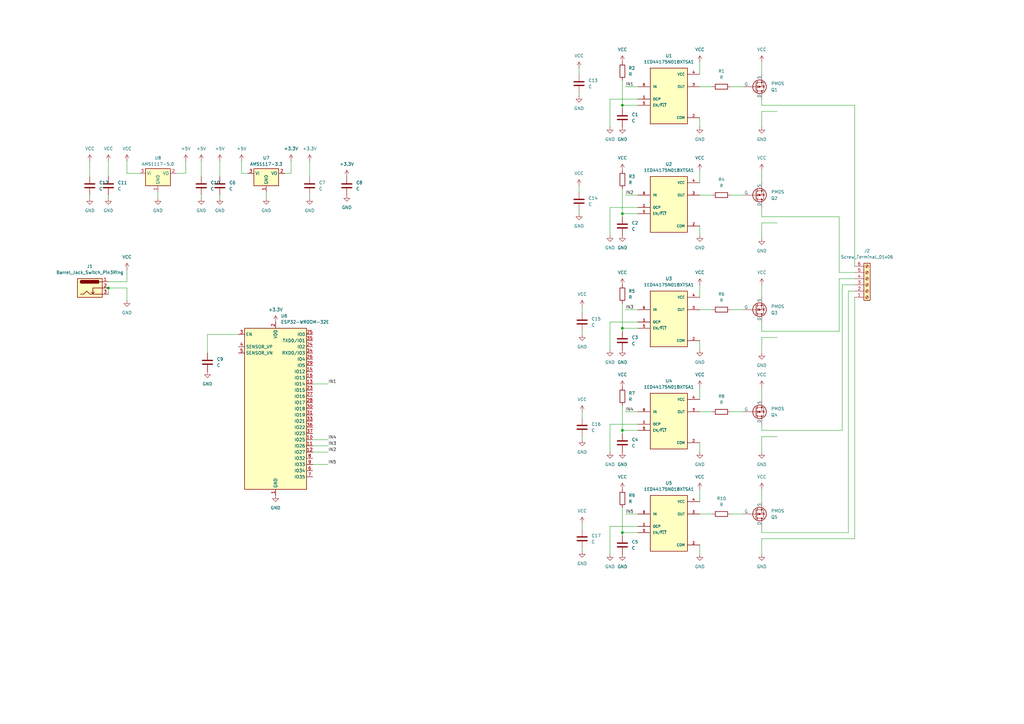
<source format=kicad_sch>
(kicad_sch (version 20231120) (generator "eeschema") (generator_version "8.0")
  (paper "A3")
  (lib_symbols
    (symbol "1ED44175N01BXTSA1:1ED44175N01BXTSA1" (pin_names (offset 1.016))
      (property "Reference" "U" (at -7.62 10.922 0))
      (property "Value" "1ED44175N01BXTSA1" (at -7.62 -15.24 0))
      (symbol "1ED44175N01BXTSA1_0_0"
        (pin input line (at -12.7 -2.54 0) (length 5.08) (name "OCP") (number "1"))
        (pin power_in line (at 12.7 -10.16 180) (length 5.08) (name "COM") (number "2"))
        (pin output line (at 12.7 2.54 180) (length 5.08) (name "OUT") (number "3"))
        (pin power_in line (at 12.7 7.62 180) (length 5.08) (name "VCC") (number "4"))
        (pin bidirectional line (at -12.7 -5.08 0) (length 5.08) (name "EN/~{FLT}") (number "5"))
        (pin input line (at -12.7 2.54 0) (length 5.08) (name "IN") (number "6"))
      )
    )
    (symbol "Connector:Barrel_Jack_Switch_Pin3Ring" (pin_names hide)
      (property "Reference" "J" (at 0 5.334 0))
      (property "Value" "Barrel_Jack_Switch_Pin3Ring" (at 0 -5.08 0))
      (symbol "Barrel_Jack_Switch_Pin3Ring_1_1"
        (pin passive line (at 7.62 2.54 180) (length 2.54) (name "~") (number "1"))
        (pin passive line (at 7.62 0 180) (length 2.54) (name "~") (number "2"))
        (pin passive line (at 7.62 -2.54 180) (length 2.54) (name "~") (number "3"))
      )
    )
    (symbol "Connector:Screw_Terminal_01x06" (pin_names (offset 1.016) hide)
      (property "Reference" "J" (at 0 7.62 0))
      (property "Value" "Screw_Terminal_01x06" (at 0 -10.16 0))
      (symbol "Screw_Terminal_01x06_1_1"
        (pin passive line (at -5.08 5.08 0) (length 3.81) (name "Pin_1") (number "1"))
        (pin passive line (at -5.08 2.54 0) (length 3.81) (name "Pin_2") (number "2"))
        (pin passive line (at -5.08 0 0) (length 3.81) (name "Pin_3") (number "3"))
        (pin passive line (at -5.08 -2.54 0) (length 3.81) (name "Pin_4") (number "4"))
        (pin passive line (at -5.08 -5.08 0) (length 3.81) (name "Pin_5") (number "5"))
        (pin passive line (at -5.08 -7.62 0) (length 3.81) (name "Pin_6") (number "6"))
      )
    )
    (symbol "Device:C" (pin_numbers hide) (pin_names (offset 0.254))
      (property "Reference" "C" (at 0.635 2.54 0))
      (property "Value" "C" (at 0.635 -2.54 0))
      (symbol "C_1_1"
        (pin passive line (at 0 3.81 270) (length 2.794) (name "~") (number "1"))
        (pin passive line (at 0 -3.81 90) (length 2.794) (name "~") (number "2"))
      )
    )
    (symbol "Device:R" (pin_numbers hide) (pin_names (offset 0))
      (property "Reference" "R" (at 2.032 0 90))
      (property "Value" "R" (at 0 0 90))
      (symbol "R_1_1"
        (pin passive line (at 0 3.81 270) (length 1.27) (name "~") (number "1"))
        (pin passive line (at 0 -3.81 90) (length 1.27) (name "~") (number "2"))
      )
    )
    (symbol "RF_Module:ESP32-WROOM-32E"
      (property "Reference" "U" (at -12.7 34.29 0))
      (property "Value" "ESP32-WROOM-32E" (at 1.27 34.29 0))
      (symbol "ESP32-WROOM-32E_1_1"
        (pin power_in line (at 0 -35.56 90) (length 2.54) (name "GND") (number "1"))
        (pin bidirectional line (at 15.24 -12.7 180) (length 2.54) (name "IO25") (number "10"))
        (pin bidirectional line (at 15.24 -15.24 180) (length 2.54) (name "IO26") (number "11"))
        (pin bidirectional line (at 15.24 -17.78 180) (length 2.54) (name "IO27") (number "12"))
        (pin bidirectional line (at 15.24 10.16 180) (length 2.54) (name "IO14") (number "13"))
        (pin bidirectional line (at 15.24 15.24 180) (length 2.54) (name "IO12") (number "14"))
        (pin passive line (at 0 -35.56 90) (length 2.54) hide (name "GND") (number "15"))
        (pin bidirectional line (at 15.24 12.7 180) (length 2.54) (name "IO13") (number "16"))
        (pin no_connect line (at -12.7 -5.08 0) (length 2.54) hide (name "NC") (number "17"))
        (pin no_connect line (at -12.7 -7.62 0) (length 2.54) hide (name "NC") (number "18"))
        (pin no_connect line (at -12.7 -12.7 0) (length 2.54) hide (name "NC") (number "19"))
        (pin power_in line (at 0 35.56 270) (length 2.54) (name "VDD") (number "2"))
        (pin no_connect line (at -12.7 -10.16 0) (length 2.54) hide (name "NC") (number "20"))
        (pin no_connect line (at -12.7 0 0) (length 2.54) hide (name "NC") (number "21"))
        (pin no_connect line (at -12.7 -2.54 0) (length 2.54) hide (name "NC") (number "22"))
        (pin bidirectional line (at 15.24 7.62 180) (length 2.54) (name "IO15") (number "23"))
        (pin bidirectional line (at 15.24 25.4 180) (length 2.54) (name "IO2") (number "24"))
        (pin bidirectional line (at 15.24 30.48 180) (length 2.54) (name "IO0") (number "25"))
        (pin bidirectional line (at 15.24 20.32 180) (length 2.54) (name "IO4") (number "26"))
        (pin bidirectional line (at 15.24 5.08 180) (length 2.54) (name "IO16") (number "27"))
        (pin bidirectional line (at 15.24 2.54 180) (length 2.54) (name "IO17") (number "28"))
        (pin bidirectional line (at 15.24 17.78 180) (length 2.54) (name "IO5") (number "29"))
        (pin input line (at -15.24 30.48 0) (length 2.54) (name "EN") (number "3"))
        (pin bidirectional line (at 15.24 0 180) (length 2.54) (name "IO18") (number "30"))
        (pin bidirectional line (at 15.24 -2.54 180) (length 2.54) (name "IO19") (number "31"))
        (pin no_connect line (at -12.7 -27.94 0) (length 2.54) hide (name "NC") (number "32"))
        (pin bidirectional line (at 15.24 -5.08 180) (length 2.54) (name "IO21") (number "33"))
        (pin bidirectional line (at 15.24 22.86 180) (length 2.54) (name "RXD0/IO3") (number "34"))
        (pin bidirectional line (at 15.24 27.94 180) (length 2.54) (name "TXD0/IO1") (number "35"))
        (pin bidirectional line (at 15.24 -7.62 180) (length 2.54) (name "IO22") (number "36"))
        (pin bidirectional line (at 15.24 -10.16 180) (length 2.54) (name "IO23") (number "37"))
        (pin passive line (at 0 -35.56 90) (length 2.54) hide (name "GND") (number "38"))
        (pin passive line (at 0 -35.56 90) (length 2.54) hide (name "GND") (number "39"))
        (pin input line (at -15.24 25.4 0) (length 2.54) (name "SENSOR_VP") (number "4"))
        (pin input line (at -15.24 22.86 0) (length 2.54) (name "SENSOR_VN") (number "5"))
        (pin input line (at 15.24 -25.4 180) (length 2.54) (name "IO34") (number "6"))
        (pin input line (at 15.24 -27.94 180) (length 2.54) (name "IO35") (number "7"))
        (pin bidirectional line (at 15.24 -20.32 180) (length 2.54) (name "IO32") (number "8"))
        (pin bidirectional line (at 15.24 -22.86 180) (length 2.54) (name "IO33") (number "9"))
      )
    )
    (symbol "Regulator_Linear:AMS1117-5.0"
      (property "Reference" "U" (at -3.81 3.175 0))
      (property "Value" "AMS1117-5.0" (at 0 3.175 0))
      (symbol "AMS1117-5.0_1_1"
        (pin power_in line (at 0 -7.62 90) (length 2.54) (name "GND") (number "1"))
        (pin power_out line (at 7.62 0 180) (length 2.54) (name "VO") (number "2"))
        (pin power_in line (at -7.62 0 0) (length 2.54) (name "VI") (number "3"))
      )
    )
    (symbol "Simulation_SPICE:PMOS" (pin_numbers hide) (pin_names (offset 0))
      (property "Reference" "Q" (at 5.08 1.27 0))
      (property "Value" "PMOS" (at 5.08 -1.27 0))
      (symbol "PMOS_1_1"
        (pin passive line (at 2.54 5.08 270) (length 2.54) (name "D") (number "1"))
        (pin input line (at -5.08 0 0) (length 2.54) (name "G") (number "2"))
        (pin passive line (at 2.54 -5.08 90) (length 2.54) (name "S") (number "3"))
      )
    )
    (symbol "power:+3.3V" (power) (pin_numbers hide) (pin_names (offset 0) hide)
      (property "Value" "+3.3V" (at 0 3.556 0))
      (symbol "+3.3V_1_1"
        (pin power_in line (at 0 0 90) (length 0) (name "~") (number "1"))
      )
    )
    (symbol "power:+5V" (power) (pin_numbers hide) (pin_names (offset 0) hide)
      (property "Value" "+5V" (at 0 3.556 0))
      (symbol "+5V_1_1"
        (pin power_in line (at 0 0 90) (length 0) (name "~") (number "1"))
      )
    )
    (symbol "power:GND" (power) (pin_numbers hide) (pin_names (offset 0) hide)
      (property "Value" "GND" (at 0 -3.81 0))
      (symbol "GND_1_1"
        (pin power_in line (at 0 0 270) (length 0) (name "~") (number "1"))
      )
    )
    (symbol "power:VCC" (power) (pin_numbers hide) (pin_names (offset 0) hide)
      (property "Value" "VCC" (at 0 3.556 0))
      (symbol "VCC_1_1"
        (pin power_in line (at 0 0 90) (length 0) (name "~") (number "1"))
      )
    )
  )
  (junction (at 255.27 87.63))
  (junction (at 44.45 118.11))
  (junction (at 255.27 134.62))
  (junction (at 255.27 218.44))
  (junction (at 255.27 176.53))
  (junction (at 255.27 43.18))
  (wire (pts (xy 128.27 190.5) (xy 134.62 190.5)))
  (wire (pts (xy 261.62 43.18) (xy 255.27 43.18)))
  (wire (pts (xy 101.6 71.12) (xy 99.06 71.12)))
  (wire (pts (xy 287.02 181.61) (xy 287.02 185.42)))
  (wire (pts (xy 255.27 134.62) (xy 255.27 135.89)))
  (wire (pts (xy 128.27 157.48) (xy 134.62 157.48)))
  (wire (pts (xy 52.07 71.12) (xy 52.07 66.04)))
  (wire (pts (xy 261.62 176.53) (xy 255.27 176.53)))
  (wire (pts (xy 237.49 38.1) (xy 237.49 39.37)))
  (wire (pts (xy 44.45 115.57) (xy 52.07 115.57)))
  (wire (pts (xy 36.83 80.01) (xy 36.83 81.28)))
  (wire (pts (xy 312.42 45.72) (xy 318.77 45.72)))
  (wire (pts (xy 312.42 43.18) (xy 350.52 43.18)))
  (wire (pts (xy 82.55 66.04) (xy 82.55 72.39)))
  (wire (pts (xy 287.02 69.85) (xy 287.02 74.93)))
  (wire (pts (xy 44.45 80.01) (xy 44.45 81.28)))
  (wire (pts (xy 256.54 35.56) (xy 261.62 35.56)))
  (wire (pts (xy 255.27 43.18) (xy 255.27 33.02)))
  (wire (pts (xy 116.84 71.12) (xy 119.38 71.12)))
  (wire (pts (xy 261.62 85.09) (xy 250.19 85.09)))
  (wire (pts (xy 256.54 210.82) (xy 261.62 210.82)))
  (wire (pts (xy 312.42 97.79) (xy 312.42 91.44)))
  (wire (pts (xy 238.76 125.73) (xy 238.76 128.27)))
  (wire (pts (xy 238.76 135.89) (xy 238.76 137.16)))
  (wire (pts (xy 237.49 76.2) (xy 237.49 78.74)))
  (wire (pts (xy 255.27 43.18) (xy 255.27 44.45)))
  (wire (pts (xy 312.42 176.53) (xy 345.44 176.53)))
  (wire (pts (xy 36.83 66.04) (xy 36.83 72.39)))
  (wire (pts (xy 127 66.04) (xy 127 72.39)))
  (wire (pts (xy 312.42 69.85) (xy 312.42 74.93)))
  (wire (pts (xy 312.42 227.33) (xy 312.42 220.98)))
  (wire (pts (xy 44.45 66.04) (xy 44.45 72.39)))
  (wire (pts (xy 299.72 35.56) (xy 304.8 35.56)))
  (wire (pts (xy 57.15 71.12) (xy 52.07 71.12)))
  (wire (pts (xy 64.77 78.74) (xy 64.77 81.28)))
  (wire (pts (xy 82.55 80.01) (xy 82.55 81.28)))
  (wire (pts (xy 250.19 215.9) (xy 250.19 227.33)))
  (wire (pts (xy 261.62 218.44) (xy 255.27 218.44)))
  (wire (pts (xy 287.02 48.26) (xy 287.02 52.07)))
  (wire (pts (xy 250.19 85.09) (xy 250.19 96.52)))
  (wire (pts (xy 312.42 179.07) (xy 318.77 179.07)))
  (wire (pts (xy 256.54 168.91) (xy 261.62 168.91)))
  (wire (pts (xy 350.52 111.76) (xy 344.17 111.76)))
  (wire (pts (xy 347.98 119.38) (xy 347.98 218.44)))
  (wire (pts (xy 261.62 40.64) (xy 250.19 40.64)))
  (wire (pts (xy 344.17 111.76) (xy 344.17 88.9)))
  (wire (pts (xy 261.62 173.99) (xy 250.19 173.99)))
  (wire (pts (xy 255.27 87.63) (xy 255.27 77.47)))
  (wire (pts (xy 128.27 182.88) (xy 134.62 182.88)))
  (wire (pts (xy 312.42 88.9) (xy 344.17 88.9)))
  (wire (pts (xy 256.54 80.01) (xy 261.62 80.01)))
  (wire (pts (xy 287.02 35.56) (xy 292.1 35.56)))
  (wire (pts (xy 250.19 173.99) (xy 250.19 185.42)))
  (wire (pts (xy 345.44 116.84) (xy 345.44 176.53)))
  (wire (pts (xy 312.42 132.08) (xy 312.42 135.89)))
  (wire (pts (xy 255.27 218.44) (xy 255.27 208.28)))
  (wire (pts (xy 287.02 25.4) (xy 287.02 30.48)))
  (wire (pts (xy 255.27 218.44) (xy 255.27 219.71)))
  (wire (pts (xy 299.72 80.01) (xy 304.8 80.01)))
  (wire (pts (xy 261.62 87.63) (xy 255.27 87.63)))
  (wire (pts (xy 299.72 210.82) (xy 304.8 210.82)))
  (wire (pts (xy 237.49 27.94) (xy 237.49 30.48)))
  (wire (pts (xy 255.27 176.53) (xy 255.27 166.37)))
  (wire (pts (xy 350.52 114.3) (xy 344.17 114.3)))
  (wire (pts (xy 250.19 132.08) (xy 250.19 143.51)))
  (wire (pts (xy 250.19 40.64) (xy 250.19 52.07)))
  (wire (pts (xy 238.76 224.79) (xy 238.76 226.06)))
  (wire (pts (xy 312.42 215.9) (xy 312.42 218.44)))
  (wire (pts (xy 312.42 144.78) (xy 312.42 138.43)))
  (wire (pts (xy 287.02 116.84) (xy 287.02 121.92)))
  (wire (pts (xy 256.54 127) (xy 261.62 127)))
  (wire (pts (xy 255.27 134.62) (xy 255.27 124.46)))
  (wire (pts (xy 312.42 138.43) (xy 318.77 138.43)))
  (wire (pts (xy 287.02 139.7) (xy 287.02 143.51)))
  (wire (pts (xy 312.42 220.98) (xy 350.52 220.98)))
  (wire (pts (xy 127 80.01) (xy 127 81.28)))
  (wire (pts (xy 312.42 135.89) (xy 344.17 135.89)))
  (wire (pts (xy 312.42 173.99) (xy 312.42 176.53)))
  (wire (pts (xy 52.07 115.57) (xy 52.07 110.49)))
  (wire (pts (xy 312.42 218.44) (xy 347.98 218.44)))
  (wire (pts (xy 128.27 185.42) (xy 134.62 185.42)))
  (wire (pts (xy 350.52 116.84) (xy 345.44 116.84)))
  (wire (pts (xy 287.02 158.75) (xy 287.02 163.83)))
  (wire (pts (xy 261.62 134.62) (xy 255.27 134.62)))
  (wire (pts (xy 287.02 92.71) (xy 287.02 96.52)))
  (wire (pts (xy 76.2 71.12) (xy 76.2 66.04)))
  (wire (pts (xy 237.49 86.36) (xy 237.49 87.63)))
  (wire (pts (xy 90.17 66.04) (xy 90.17 72.39)))
  (wire (pts (xy 299.72 168.91) (xy 304.8 168.91)))
  (wire (pts (xy 287.02 210.82) (xy 292.1 210.82)))
  (wire (pts (xy 312.42 116.84) (xy 312.42 121.92)))
  (wire (pts (xy 85.09 144.78) (xy 85.09 137.16)))
  (wire (pts (xy 287.02 80.01) (xy 292.1 80.01)))
  (wire (pts (xy 312.42 52.07) (xy 312.42 45.72)))
  (wire (pts (xy 255.27 87.63) (xy 255.27 88.9)))
  (wire (pts (xy 350.52 109.22) (xy 350.52 43.18)))
  (wire (pts (xy 350.52 121.92) (xy 350.52 220.98)))
  (wire (pts (xy 287.02 223.52) (xy 287.02 227.33)))
  (wire (pts (xy 52.07 118.11) (xy 52.07 123.19)))
  (wire (pts (xy 312.42 25.4) (xy 312.42 30.48)))
  (wire (pts (xy 238.76 168.91) (xy 238.76 171.45)))
  (wire (pts (xy 261.62 215.9) (xy 250.19 215.9)))
  (wire (pts (xy 238.76 179.07) (xy 238.76 180.34)))
  (wire (pts (xy 109.22 78.74) (xy 109.22 81.28)))
  (wire (pts (xy 119.38 71.12) (xy 119.38 66.04)))
  (wire (pts (xy 312.42 40.64) (xy 312.42 43.18)))
  (wire (pts (xy 90.17 80.01) (xy 90.17 81.28)))
  (wire (pts (xy 255.27 176.53) (xy 255.27 177.8)))
  (wire (pts (xy 99.06 71.12) (xy 99.06 66.04)))
  (wire (pts (xy 44.45 118.11) (xy 44.45 120.65)))
  (wire (pts (xy 261.62 132.08) (xy 250.19 132.08)))
  (wire (pts (xy 312.42 185.42) (xy 312.42 179.07)))
  (wire (pts (xy 344.17 114.3) (xy 344.17 135.89)))
  (wire (pts (xy 287.02 168.91) (xy 292.1 168.91)))
  (wire (pts (xy 238.76 214.63) (xy 238.76 217.17)))
  (wire (pts (xy 72.39 71.12) (xy 76.2 71.12)))
  (wire (pts (xy 287.02 127) (xy 292.1 127)))
  (wire (pts (xy 85.09 137.16) (xy 97.79 137.16)))
  (wire (pts (xy 312.42 200.66) (xy 312.42 205.74)))
  (wire (pts (xy 350.52 119.38) (xy 347.98 119.38)))
  (wire (pts (xy 312.42 91.44) (xy 318.77 91.44)))
  (wire (pts (xy 128.27 180.34) (xy 134.62 180.34)))
  (wire (pts (xy 287.02 200.66) (xy 287.02 205.74)))
  (wire (pts (xy 44.45 118.11) (xy 52.07 118.11)))
  (wire (pts (xy 312.42 158.75) (xy 312.42 163.83)))
  (wire (pts (xy 299.72 127) (xy 304.8 127)))
  (wire (pts (xy 312.42 85.09) (xy 312.42 88.9)))
  (label "IN1" (at 256.54 35.56 0))
  (label "IN5" (at 256.54 210.82 0))
  (label "IN4" (at 134.62 180.34 0))
  (label "IN1" (at 134.62 157.48 0))
  (label "IN2" (at 256.54 80.01 0))
  (label "IN5" (at 134.62 190.5 0))
  (label "IN3" (at 256.54 127 0))
  (label "IN4" (at 256.54 168.91 0))
  (label "IN2" (at 134.62 185.42 0))
  (label "IN3" (at 134.62 182.88 0))
  (symbol (lib_id "1ED44175N01BXTSA1:1ED44175N01BXTSA1") (at 274.32 129.54 0) (unit 1)
    (property "Reference" "U3" (at 274.32 114.3 0))
    (property "Value" "1ED44175N01BXTSA1" (at 274.32 116.84 0))
    (property "Footprint" "1ED44175N01BXTSA1:1ED44175N01BXTSA1" (effects (hide yes)))
    (property "Datasheet" "https://www.infineon.com/dgdl/Infineon-1ED44173N01B-DataSheet-v01_01-EN.pdf?fileId=5546d46272aa54c00172bc99c2d45678" (effects (hide yes)))
    (property "MF" "Infineon Technologies" (effects (hide yes)))
    (property "MAXIMUM_PACKAGE_HEIGHT" "1.45mm" (effects (hide yes)))
    (property "Package" "SOT-23-6 Infineon Technologies" (effects (hide yes)))
    (property "Price" "None" (effects (hide yes)))
    (property "Check_prices" "https://www.snapeda.com/parts/1ED44175N01BXTSA1/Infineon+Technologies/view-part/?ref=eda" (effects (hide yes)))
    (property "STANDARD" "IPC-7351B" (effects (hide yes)))
    (property "PARTREV" "1.0" (effects (hide yes)))
    (property "SnapEDA_Link" "https://www.snapeda.com/parts/1ED44175N01BXTSA1/Infineon+Technologies/view-part/?ref=snap" (effects (hide yes)))
    (property "MP" "1ED44175N01BXTSA1" (effects (hide yes)))
    (property "Purchase-URL" "https://www.snapeda.com/api/url_track_click_mouser/?unipart_id=4572068&manufacturer=Infineon Technologies&part_name=1ED44175N01BXTSA1&search_term=None" (effects (hide yes)))
    (property "Description_1" "\nLow-Side Gate Driver IC Non-Inverting PG-SOT23-6-3\n" (effects (hide yes)))
    (property "Availability" "In Stock" (effects (hide yes)))
    (property "MANUFACTURER" "Infineon" (effects (hide yes)))
  )
  (symbol (lib_id "1ED44175N01BXTSA1:1ED44175N01BXTSA1") (at 274.32 82.55 0) (unit 1)
    (property "Reference" "U2" (at 274.32 67.31 0))
    (property "Value" "1ED44175N01BXTSA1" (at 274.32 69.85 0))
    (property "Footprint" "1ED44175N01BXTSA1:1ED44175N01BXTSA1" (effects (hide yes)))
    (property "Datasheet" "https://www.infineon.com/dgdl/Infineon-1ED44173N01B-DataSheet-v01_01-EN.pdf?fileId=5546d46272aa54c00172bc99c2d45678" (effects (hide yes)))
    (property "MF" "Infineon Technologies" (effects (hide yes)))
    (property "MAXIMUM_PACKAGE_HEIGHT" "1.45mm" (effects (hide yes)))
    (property "Package" "SOT-23-6 Infineon Technologies" (effects (hide yes)))
    (property "Price" "None" (effects (hide yes)))
    (property "Check_prices" "https://www.snapeda.com/parts/1ED44175N01BXTSA1/Infineon+Technologies/view-part/?ref=eda" (effects (hide yes)))
    (property "STANDARD" "IPC-7351B" (effects (hide yes)))
    (property "PARTREV" "1.0" (effects (hide yes)))
    (property "SnapEDA_Link" "https://www.snapeda.com/parts/1ED44175N01BXTSA1/Infineon+Technologies/view-part/?ref=snap" (effects (hide yes)))
    (property "MP" "1ED44175N01BXTSA1" (effects (hide yes)))
    (property "Purchase-URL" "https://www.snapeda.com/api/url_track_click_mouser/?unipart_id=4572068&manufacturer=Infineon Technologies&part_name=1ED44175N01BXTSA1&search_term=None" (effects (hide yes)))
    (property "Description_1" "\nLow-Side Gate Driver IC Non-Inverting PG-SOT23-6-3\n" (effects (hide yes)))
    (property "Availability" "In Stock" (effects (hide yes)))
    (property "MANUFACTURER" "Infineon" (effects (hide yes)))
  )
  (symbol (lib_id "1ED44175N01BXTSA1:1ED44175N01BXTSA1") (at 274.32 38.1 0) (unit 1)
    (property "Reference" "U1" (at 274.32 22.86 0))
    (property "Value" "1ED44175N01BXTSA1" (at 274.32 25.4 0))
    (property "Footprint" "1ED44175N01BXTSA1:1ED44175N01BXTSA1" (effects (hide yes)))
    (property "Datasheet" "https://www.infineon.com/dgdl/Infineon-1ED44173N01B-DataSheet-v01_01-EN.pdf?fileId=5546d46272aa54c00172bc99c2d45678" (effects (hide yes)))
    (property "MF" "Infineon Technologies" (effects (hide yes)))
    (property "MAXIMUM_PACKAGE_HEIGHT" "1.45mm" (effects (hide yes)))
    (property "Package" "SOT-23-6 Infineon Technologies" (effects (hide yes)))
    (property "Price" "None" (effects (hide yes)))
    (property "Check_prices" "https://www.snapeda.com/parts/1ED44175N01BXTSA1/Infineon+Technologies/view-part/?ref=eda" (effects (hide yes)))
    (property "STANDARD" "IPC-7351B" (effects (hide yes)))
    (property "PARTREV" "1.0" (effects (hide yes)))
    (property "SnapEDA_Link" "https://www.snapeda.com/parts/1ED44175N01BXTSA1/Infineon+Technologies/view-part/?ref=snap" (effects (hide yes)))
    (property "MP" "1ED44175N01BXTSA1" (effects (hide yes)))
    (property "Purchase-URL" "https://www.snapeda.com/api/url_track_click_mouser/?unipart_id=4572068&manufacturer=Infineon Technologies&part_name=1ED44175N01BXTSA1&search_term=None" (effects (hide yes)))
    (property "Description_1" "\nLow-Side Gate Driver IC Non-Inverting PG-SOT23-6-3\n" (effects (hide yes)))
    (property "Availability" "In Stock" (effects (hide yes)))
    (property "MANUFACTURER" "Infineon" (effects (hide yes)))
  )
  (symbol (lib_id "Device:C") (at 238.76 132.08 0) (unit 1)
    (property "Reference" "C15" (at 242.57 130.8099 0) (effects (justify left)))
    (property "Value" "C" (at 242.57 133.3499 0) (effects (justify left)))
    (property "Footprint" "Capacitor_SMD:C_0805_2012Metric_Pad1.18x1.45mm_HandSolder" (effects (hide yes)))
    (property "Description" "Unpolarized capacitor" (effects (hide yes)))
  )
  (symbol (lib_id "power:VCC") (at 287.02 200.66 0) (unit 1)
    (property "Reference" "#PWR028" (effects (hide yes)))
    (property "Value" "VCC" (at 287.02 195.58 0))
    (property "Description" "Power symbol creates a global label with name \"VCC\"" (effects (hide yes)))
  )
  (symbol (lib_id "power:GND") (at 127 81.28 0) (unit 1)
    (property "Reference" "#PWR044" (effects (hide yes)))
    (property "Value" "GND" (at 127 86.36 0))
    (property "Description" "Power symbol creates a global label with name \"GND\" , ground" (effects (hide yes)))
  )
  (symbol (lib_id "power:VCC") (at 255.27 158.75 0) (unit 1)
    (property "Reference" "#PWR020" (effects (hide yes)))
    (property "Value" "VCC" (at 255.27 153.67 0))
    (property "Description" "Power symbol creates a global label with name \"VCC\"" (effects (hide yes)))
  )
  (symbol (lib_id "power:GND") (at 237.49 39.37 0) (unit 1)
    (property "Reference" "#PWR058" (effects (hide yes)))
    (property "Value" "GND" (at 237.49 44.45 0))
    (property "Description" "Power symbol creates a global label with name \"GND\" , ground" (effects (hide yes)))
  )
  (symbol (lib_id "Simulation_SPICE:PMOS") (at 309.88 168.91 0) (mirror x) (unit 1)
    (property "Reference" "Q4" (at 316.23 170.1801 0) (effects (justify left)))
    (property "Value" "PMOS" (at 316.23 167.6401 0) (effects (justify left)))
    (property "Footprint" "BSZ180P03:BSZ180P03" (effects (hide yes)))
    (property "Datasheet" "https://ngspice.sourceforge.io/docs/ngspice-html-manual/manual.xhtml#cha_MOSFETs" (effects (hide yes)))
    (property "Description" "P-MOSFET transistor, drain/source/gate" (effects (hide yes)))
    (property "Sim.Device" "PMOS" (effects (hide yes)))
    (property "Sim.Type" "VDMOS" (effects (hide yes)))
    (property "Sim.Pins" "1=D 2=G 3=S" (effects (hide yes)))
  )
  (symbol (lib_id "power:VCC") (at 238.76 214.63 0) (unit 1)
    (property "Reference" "#PWR065" (effects (hide yes)))
    (property "Value" "VCC" (at 238.76 209.55 0))
    (property "Description" "Power symbol creates a global label with name \"VCC\"" (effects (hide yes)))
  )
  (symbol (lib_id "power:GND") (at 237.49 87.63 0) (unit 1)
    (property "Reference" "#PWR060" (effects (hide yes)))
    (property "Value" "GND" (at 237.49 92.71 0))
    (property "Description" "Power symbol creates a global label with name \"GND\" , ground" (effects (hide yes)))
  )
  (symbol (lib_id "power:VCC") (at 312.42 158.75 0) (unit 1)
    (property "Reference" "#PWR04" (effects (hide yes)))
    (property "Value" "VCC" (at 312.42 153.67 0))
    (property "Description" "Power symbol creates a global label with name \"VCC\"" (effects (hide yes)))
  )
  (symbol (lib_id "power:VCC") (at 255.27 69.85 0) (unit 1)
    (property "Reference" "#PWR08" (effects (hide yes)))
    (property "Value" "VCC" (at 255.27 64.77 0))
    (property "Description" "Power symbol creates a global label with name \"VCC\"" (effects (hide yes)))
  )
  (symbol (lib_id "power:+5V") (at 99.06 66.04 0) (unit 1)
    (property "Reference" "#PWR041" (effects (hide yes)))
    (property "Value" "+5V" (at 99.06 60.96 0))
    (property "Description" "Power symbol creates a global label with name \"+5V\"" (effects (hide yes)))
  )
  (symbol (lib_id "power:VCC") (at 312.42 25.4 0) (unit 1)
    (property "Reference" "#PWR024" (effects (hide yes)))
    (property "Value" "VCC" (at 312.42 20.32 0))
    (property "Description" "Power symbol creates a global label with name \"VCC\"" (effects (hide yes)))
  )
  (symbol (lib_id "Device:R") (at 255.27 204.47 180) (unit 1)
    (property "Reference" "R9" (at 257.81 203.1999 0) (effects (justify right)))
    (property "Value" "R" (at 257.81 205.7399 0) (effects (justify right)))
    (property "Footprint" "Resistor_SMD:R_0805_2012Metric_Pad1.20x1.40mm_HandSolder" (effects (hide yes)))
    (property "Description" "Resistor" (effects (hide yes)))
  )
  (symbol (lib_id "power:VCC") (at 312.42 200.66 0) (unit 1)
    (property "Reference" "#PWR030" (effects (hide yes)))
    (property "Value" "VCC" (at 312.42 195.58 0))
    (property "Description" "Power symbol creates a global label with name \"VCC\"" (effects (hide yes)))
  )
  (symbol (lib_id "power:GND") (at 255.27 96.52 0) (unit 1)
    (property "Reference" "#PWR09" (effects (hide yes)))
    (property "Value" "GND" (at 255.27 101.6 0))
    (property "Description" "Power symbol creates a global label with name \"GND\" , ground" (effects (hide yes)))
  )
  (symbol (lib_id "Device:C") (at 82.55 76.2 0) (unit 1)
    (property "Reference" "C10" (at 86.36 74.9299 0) (effects (justify left)))
    (property "Value" "C" (at 86.36 77.4699 0) (effects (justify left)))
    (property "Footprint" "Capacitor_SMD:C_0805_2012Metric_Pad1.18x1.45mm_HandSolder" (effects (hide yes)))
    (property "Description" "Unpolarized capacitor" (effects (hide yes)))
  )
  (symbol (lib_id "power:GND") (at 142.24 80.01 0) (unit 1)
    (property "Reference" "#PWR046" (effects (hide yes)))
    (property "Value" "GND" (at 142.24 85.09 0))
    (property "Description" "Power symbol creates a global label with name \"GND\" , ground" (effects (hide yes)))
  )
  (symbol (lib_id "power:GND") (at 250.19 52.07 0) (unit 1)
    (property "Reference" "#PWR01" (effects (hide yes)))
    (property "Value" "GND" (at 250.19 57.15 0))
    (property "Description" "Power symbol creates a global label with name \"GND\" , ground" (effects (hide yes)))
  )
  (symbol (lib_id "Connector:Barrel_Jack_Switch_Pin3Ring") (at 36.83 118.11 0) (unit 1)
    (property "Reference" "J1" (at 36.83 109.22 0))
    (property "Value" "Barrel_Jack_Switch_Pin3Ring" (at 36.83 111.76 0))
    (property "Footprint" "Connector_BarrelJack:BarrelJack_GCT_DCJ200-10-A_Horizontal" (effects (hide yes)))
    (property "Description" "DC Barrel Jack with an internal switch" (effects (hide yes)))
  )
  (symbol (lib_id "Device:C") (at 255.27 181.61 0) (unit 1)
    (property "Reference" "C4" (at 259.08 180.3399 0) (effects (justify left)))
    (property "Value" "C" (at 259.08 182.8799 0) (effects (justify left)))
    (property "Footprint" "Capacitor_SMD:C_0805_2012Metric_Pad1.18x1.45mm_HandSolder" (effects (hide yes)))
    (property "Description" "Unpolarized capacitor" (effects (hide yes)))
  )
  (symbol (lib_id "Device:C") (at 255.27 92.71 0) (unit 1)
    (property "Reference" "C2" (at 259.08 91.4399 0) (effects (justify left)))
    (property "Value" "C" (at 259.08 93.9799 0) (effects (justify left)))
    (property "Footprint" "Capacitor_SMD:C_0805_2012Metric_Pad1.18x1.45mm_HandSolder" (effects (hide yes)))
    (property "Description" "Unpolarized capacitor" (effects (hide yes)))
  )
  (symbol (lib_id "Device:R") (at 255.27 120.65 180) (unit 1)
    (property "Reference" "R5" (at 257.81 119.3799 0) (effects (justify right)))
    (property "Value" "R" (at 257.81 121.9199 0) (effects (justify right)))
    (property "Footprint" "Resistor_SMD:R_0805_2012Metric_Pad1.20x1.40mm_HandSolder" (effects (hide yes)))
    (property "Description" "Resistor" (effects (hide yes)))
  )
  (symbol (lib_id "Device:R") (at 295.91 80.01 90) (unit 1)
    (property "Reference" "R4" (at 295.91 73.66 90))
    (property "Value" "R" (at 295.91 76.2 90))
    (property "Footprint" "Resistor_SMD:R_0805_2012Metric_Pad1.20x1.40mm_HandSolder" (effects (hide yes)))
    (property "Description" "Resistor" (effects (hide yes)))
  )
  (symbol (lib_id "Connector:Screw_Terminal_01x06") (at 355.6 116.84 0) (mirror x) (unit 1)
    (property "Reference" "J2" (at 355.6 102.87 0))
    (property "Value" "Screw_Terminal_01x06" (at 355.6 105.41 0))
    (property "Footprint" "TerminalBlock:TerminalBlock_bornier-6_P5.08mm" (effects (hide yes)))
    (property "Description" "Generic screw terminal, single row, 01x06, script generated (kicad-library-utils/schlib/autogen/connector/)" (effects (hide yes)))
  )
  (symbol (lib_id "power:GND") (at 287.02 227.33 0) (unit 1)
    (property "Reference" "#PWR029" (effects (hide yes)))
    (property "Value" "GND" (at 287.02 232.41 0))
    (property "Description" "Power symbol creates a global label with name \"GND\" , ground" (effects (hide yes)))
  )
  (symbol (lib_id "power:+3.3V") (at 119.38 66.04 0) (unit 1)
    (property "Reference" "#PWR040" (effects (hide yes)))
    (property "Value" "+3.3V" (at 119.38 60.96 0))
    (property "Description" "Power symbol creates a global label with name \"+3.3V\"" (effects (hide yes)))
  )
  (symbol (lib_id "power:VCC") (at 52.07 66.04 0) (unit 1)
    (property "Reference" "#PWR047" (effects (hide yes)))
    (property "Value" "VCC" (at 52.07 60.96 0))
    (property "Description" "Power symbol creates a global label with name \"VCC\"" (effects (hide yes)))
  )
  (symbol (lib_id "power:GND") (at 312.42 185.42 0) (unit 1)
    (property "Reference" "#PWR034" (effects (hide yes)))
    (property "Value" "GND" (at 312.42 190.5 0))
    (property "Description" "Power symbol creates a global label with name \"GND\" , ground" (effects (hide yes)))
  )
  (symbol (lib_id "Device:C") (at 142.24 76.2 0) (unit 1)
    (property "Reference" "C8" (at 146.05 74.9299 0) (effects (justify left)))
    (property "Value" "C" (at 146.05 77.4699 0) (effects (justify left)))
    (property "Footprint" "Capacitor_SMD:C_0805_2012Metric_Pad1.18x1.45mm_HandSolder" (effects (hide yes)))
    (property "Description" "Unpolarized capacitor" (effects (hide yes)))
  )
  (symbol (lib_id "Device:R") (at 255.27 162.56 180) (unit 1)
    (property "Reference" "R7" (at 257.81 161.2899 0) (effects (justify right)))
    (property "Value" "R" (at 257.81 163.8299 0) (effects (justify right)))
    (property "Footprint" "Resistor_SMD:R_0805_2012Metric_Pad1.20x1.40mm_HandSolder" (effects (hide yes)))
    (property "Description" "Resistor" (effects (hide yes)))
  )
  (symbol (lib_id "Device:C") (at 85.09 148.59 0) (unit 1)
    (property "Reference" "C9" (at 88.9 147.3199 0) (effects (justify left)))
    (property "Value" "C" (at 88.9 149.8599 0) (effects (justify left)))
    (property "Footprint" "Capacitor_SMD:C_0805_2012Metric_Pad1.18x1.45mm_HandSolder" (effects (hide yes)))
    (property "Description" "Unpolarized capacitor" (effects (hide yes)))
  )
  (symbol (lib_id "power:VCC") (at 287.02 158.75 0) (unit 1)
    (property "Reference" "#PWR022" (effects (hide yes)))
    (property "Value" "VCC" (at 287.02 153.67 0))
    (property "Description" "Power symbol creates a global label with name \"VCC\"" (effects (hide yes)))
  )
  (symbol (lib_id "Device:C") (at 44.45 76.2 0) (unit 1)
    (property "Reference" "C11" (at 48.26 74.9299 0) (effects (justify left)))
    (property "Value" "C" (at 48.26 77.4699 0) (effects (justify left)))
    (property "Footprint" "Capacitor_SMD:C_0805_2012Metric_Pad1.18x1.45mm_HandSolder" (effects (hide yes)))
    (property "Description" "Unpolarized capacitor" (effects (hide yes)))
  )
  (symbol (lib_id "power:+3.3V") (at 142.24 72.39 0) (unit 1)
    (property "Reference" "#PWR045" (effects (hide yes)))
    (property "Value" "+3.3V" (at 142.24 67.31 0))
    (property "Description" "Power symbol creates a global label with name \"+3.3V\"" (effects (hide yes)))
  )
  (symbol (lib_id "power:GND") (at 113.03 203.2 0) (unit 1)
    (property "Reference" "#PWR036" (effects (hide yes)))
    (property "Value" "GND" (at 113.03 208.28 0))
    (property "Description" "Power symbol creates a global label with name \"GND\" , ground" (effects (hide yes)))
  )
  (symbol (lib_id "power:GND") (at 36.83 81.28 0) (unit 1)
    (property "Reference" "#PWR054" (effects (hide yes)))
    (property "Value" "GND" (at 36.83 86.36 0))
    (property "Description" "Power symbol creates a global label with name \"GND\" , ground" (effects (hide yes)))
  )
  (symbol (lib_id "Device:R") (at 295.91 127 90) (unit 1)
    (property "Reference" "R6" (at 295.91 120.65 90))
    (property "Value" "R" (at 295.91 123.19 90))
    (property "Footprint" "Resistor_SMD:R_0805_2012Metric_Pad1.20x1.40mm_HandSolder" (effects (hide yes)))
    (property "Description" "Resistor" (effects (hide yes)))
  )
  (symbol (lib_id "Device:C") (at 238.76 175.26 0) (unit 1)
    (property "Reference" "C16" (at 242.57 173.9899 0) (effects (justify left)))
    (property "Value" "C" (at 242.57 176.5299 0) (effects (justify left)))
    (property "Footprint" "Capacitor_SMD:C_0805_2012Metric_Pad1.18x1.45mm_HandSolder" (effects (hide yes)))
    (property "Description" "Unpolarized capacitor" (effects (hide yes)))
  )
  (symbol (lib_id "power:VCC") (at 44.45 66.04 0) (unit 1)
    (property "Reference" "#PWR055" (effects (hide yes)))
    (property "Value" "VCC" (at 44.45 60.96 0))
    (property "Description" "Power symbol creates a global label with name \"VCC\"" (effects (hide yes)))
  )
  (symbol (lib_id "power:VCC") (at 255.27 200.66 0) (unit 1)
    (property "Reference" "#PWR026" (effects (hide yes)))
    (property "Value" "VCC" (at 255.27 195.58 0))
    (property "Description" "Power symbol creates a global label with name \"VCC\"" (effects (hide yes)))
  )
  (symbol (lib_id "Device:R") (at 295.91 168.91 90) (unit 1)
    (property "Reference" "R8" (at 295.91 162.56 90))
    (property "Value" "R" (at 295.91 165.1 90))
    (property "Footprint" "Resistor_SMD:R_0805_2012Metric_Pad1.20x1.40mm_HandSolder" (effects (hide yes)))
    (property "Description" "Resistor" (effects (hide yes)))
  )
  (symbol (lib_id "power:GND") (at 250.19 143.51 0) (unit 1)
    (property "Reference" "#PWR013" (effects (hide yes)))
    (property "Value" "GND" (at 250.19 148.59 0))
    (property "Description" "Power symbol creates a global label with name \"GND\" , ground" (effects (hide yes)))
  )
  (symbol (lib_id "Device:C") (at 90.17 76.2 0) (unit 1)
    (property "Reference" "C6" (at 93.98 74.9299 0) (effects (justify left)))
    (property "Value" "C" (at 93.98 77.4699 0) (effects (justify left)))
    (property "Footprint" "Capacitor_SMD:C_0805_2012Metric_Pad1.18x1.45mm_HandSolder" (effects (hide yes)))
    (property "Description" "Unpolarized capacitor" (effects (hide yes)))
  )
  (symbol (lib_id "power:VCC") (at 238.76 125.73 0) (unit 1)
    (property "Reference" "#PWR061" (effects (hide yes)))
    (property "Value" "VCC" (at 238.76 120.65 0))
    (property "Description" "Power symbol creates a global label with name \"VCC\"" (effects (hide yes)))
  )
  (symbol (lib_id "power:GND") (at 255.27 143.51 0) (unit 1)
    (property "Reference" "#PWR015" (effects (hide yes)))
    (property "Value" "GND" (at 255.27 148.59 0))
    (property "Description" "Power symbol creates a global label with name \"GND\" , ground" (effects (hide yes)))
  )
  (symbol (lib_id "Regulator_Linear:AMS1117-5.0") (at 109.22 71.12 0) (unit 1)
    (property "Reference" "U7" (at 109.22 64.77 0))
    (property "Value" "AMS1117-3.3" (at 109.22 67.31 0))
    (property "Footprint" "Package_TO_SOT_SMD:SOT-223-3_TabPin2" (effects (hide yes)))
    (property "Datasheet" "http://www.advanced-monolithic.com/pdf/ds1117.pdf" (effects (hide yes)))
    (property "Description" "1A Low Dropout regulator, positive, 5.0V fixed output, SOT-223" (effects (hide yes)))
  )
  (symbol (lib_id "Device:C") (at 127 76.2 0) (unit 1)
    (property "Reference" "C7" (at 130.81 74.9299 0) (effects (justify left)))
    (property "Value" "C" (at 130.81 77.4699 0) (effects (justify left)))
    (property "Footprint" "Capacitor_SMD:C_0805_2012Metric_Pad1.18x1.45mm_HandSolder" (effects (hide yes)))
    (property "Description" "Unpolarized capacitor" (effects (hide yes)))
  )
  (symbol (lib_id "power:VCC") (at 255.27 25.4 0) (unit 1)
    (property "Reference" "#PWR06" (effects (hide yes)))
    (property "Value" "VCC" (at 255.27 20.32 0))
    (property "Description" "Power symbol creates a global label with name \"VCC\"" (effects (hide yes)))
  )
  (symbol (lib_id "power:GND") (at 312.42 144.78 0) (unit 1)
    (property "Reference" "#PWR033" (effects (hide yes)))
    (property "Value" "GND" (at 312.42 149.86 0))
    (property "Description" "Power symbol creates a global label with name \"GND\" , ground" (effects (hide yes)))
  )
  (symbol (lib_id "power:VCC") (at 238.76 168.91 0) (unit 1)
    (property "Reference" "#PWR063" (effects (hide yes)))
    (property "Value" "VCC" (at 238.76 163.83 0))
    (property "Description" "Power symbol creates a global label with name \"VCC\"" (effects (hide yes)))
  )
  (symbol (lib_id "power:GND") (at 312.42 97.79 0) (unit 1)
    (property "Reference" "#PWR032" (effects (hide yes)))
    (property "Value" "GND" (at 312.42 102.87 0))
    (property "Description" "Power symbol creates a global label with name \"GND\" , ground" (effects (hide yes)))
  )
  (symbol (lib_id "Simulation_SPICE:PMOS") (at 309.88 127 0) (mirror x) (unit 1)
    (property "Reference" "Q3" (at 316.23 128.2701 0) (effects (justify left)))
    (property "Value" "PMOS" (at 316.23 125.7301 0) (effects (justify left)))
    (property "Footprint" "BSZ180P03:BSZ180P03" (effects (hide yes)))
    (property "Datasheet" "https://ngspice.sourceforge.io/docs/ngspice-html-manual/manual.xhtml#cha_MOSFETs" (effects (hide yes)))
    (property "Description" "P-MOSFET transistor, drain/source/gate" (effects (hide yes)))
    (property "Sim.Device" "PMOS" (effects (hide yes)))
    (property "Sim.Type" "VDMOS" (effects (hide yes)))
    (property "Sim.Pins" "1=D 2=G 3=S" (effects (hide yes)))
  )
  (symbol (lib_id "power:VCC") (at 255.27 116.84 0) (unit 1)
    (property "Reference" "#PWR014" (effects (hide yes)))
    (property "Value" "VCC" (at 255.27 111.76 0))
    (property "Description" "Power symbol creates a global label with name \"VCC\"" (effects (hide yes)))
  )
  (symbol (lib_id "Device:C") (at 36.83 76.2 0) (unit 1)
    (property "Reference" "C12" (at 40.64 74.9299 0) (effects (justify left)))
    (property "Value" "C" (at 40.64 77.4699 0) (effects (justify left)))
    (property "Footprint" "Capacitor_SMD:C_0805_2012Metric_Pad1.18x1.45mm_HandSolder" (effects (hide yes)))
    (property "Description" "Unpolarized capacitor" (effects (hide yes)))
  )
  (symbol (lib_id "power:GND") (at 287.02 143.51 0) (unit 1)
    (property "Reference" "#PWR017" (effects (hide yes)))
    (property "Value" "GND" (at 287.02 148.59 0))
    (property "Description" "Power symbol creates a global label with name \"GND\" , ground" (effects (hide yes)))
  )
  (symbol (lib_id "power:GND") (at 52.07 123.19 0) (unit 1)
    (property "Reference" "#PWR068" (effects (hide yes)))
    (property "Value" "GND" (at 52.07 128.27 0))
    (property "Description" "Power symbol creates a global label with name \"GND\" , ground" (effects (hide yes)))
  )
  (symbol (lib_id "power:+5V") (at 82.55 66.04 0) (unit 1)
    (property "Reference" "#PWR050" (effects (hide yes)))
    (property "Value" "+5V" (at 82.55 60.96 0))
    (property "Description" "Power symbol creates a global label with name \"+5V\"" (effects (hide yes)))
  )
  (symbol (lib_id "power:GND") (at 287.02 96.52 0) (unit 1)
    (property "Reference" "#PWR011" (effects (hide yes)))
    (property "Value" "GND" (at 287.02 101.6 0))
    (property "Description" "Power symbol creates a global label with name \"GND\" , ground" (effects (hide yes)))
  )
  (symbol (lib_id "Device:C") (at 238.76 220.98 0) (unit 1)
    (property "Reference" "C17" (at 242.57 219.7099 0) (effects (justify left)))
    (property "Value" "C" (at 242.57 222.2499 0) (effects (justify left)))
    (property "Footprint" "Capacitor_SMD:C_0805_2012Metric_Pad1.18x1.45mm_HandSolder" (effects (hide yes)))
    (property "Description" "Unpolarized capacitor" (effects (hide yes)))
  )
  (symbol (lib_id "power:GND") (at 238.76 137.16 0) (unit 1)
    (property "Reference" "#PWR062" (effects (hide yes)))
    (property "Value" "GND" (at 238.76 142.24 0))
    (property "Description" "Power symbol creates a global label with name \"GND\" , ground" (effects (hide yes)))
  )
  (symbol (lib_id "power:VCC") (at 287.02 116.84 0) (unit 1)
    (property "Reference" "#PWR016" (effects (hide yes)))
    (property "Value" "VCC" (at 287.02 111.76 0))
    (property "Description" "Power symbol creates a global label with name \"VCC\"" (effects (hide yes)))
  )
  (symbol (lib_id "Device:R") (at 295.91 35.56 90) (unit 1)
    (property "Reference" "R1" (at 295.91 29.21 90))
    (property "Value" "R" (at 295.91 31.75 90))
    (property "Footprint" "Resistor_SMD:R_0805_2012Metric_Pad1.20x1.40mm_HandSolder" (effects (hide yes)))
    (property "Description" "Resistor" (effects (hide yes)))
  )
  (symbol (lib_id "Simulation_SPICE:PMOS") (at 309.88 210.82 0) (mirror x) (unit 1)
    (property "Reference" "Q5" (at 316.23 212.0901 0) (effects (justify left)))
    (property "Value" "PMOS" (at 316.23 209.5501 0) (effects (justify left)))
    (property "Footprint" "BSZ180P03:BSZ180P03" (effects (hide yes)))
    (property "Datasheet" "https://ngspice.sourceforge.io/docs/ngspice-html-manual/manual.xhtml#cha_MOSFETs" (effects (hide yes)))
    (property "Description" "P-MOSFET transistor, drain/source/gate" (effects (hide yes)))
    (property "Sim.Device" "PMOS" (effects (hide yes)))
    (property "Sim.Type" "VDMOS" (effects (hide yes)))
    (property "Sim.Pins" "1=D 2=G 3=S" (effects (hide yes)))
  )
  (symbol (lib_id "power:+5V") (at 90.17 66.04 0) (unit 1)
    (property "Reference" "#PWR049" (effects (hide yes)))
    (property "Value" "+5V" (at 90.17 60.96 0))
    (property "Description" "Power symbol creates a global label with name \"+5V\"" (effects (hide yes)))
  )
  (symbol (lib_id "power:GND") (at 90.17 81.28 0) (unit 1)
    (property "Reference" "#PWR043" (effects (hide yes)))
    (property "Value" "GND" (at 90.17 86.36 0))
    (property "Description" "Power symbol creates a global label with name \"GND\" , ground" (effects (hide yes)))
  )
  (symbol (lib_id "Device:C") (at 255.27 48.26 0) (unit 1)
    (property "Reference" "C1" (at 259.08 46.9899 0) (effects (justify left)))
    (property "Value" "C" (at 259.08 49.5299 0) (effects (justify left)))
    (property "Footprint" "Capacitor_SMD:C_0805_2012Metric_Pad1.18x1.45mm_HandSolder" (effects (hide yes)))
    (property "Description" "Unpolarized capacitor" (effects (hide yes)))
  )
  (symbol (lib_id "Device:C") (at 255.27 223.52 0) (unit 1)
    (property "Reference" "C5" (at 259.08 222.2499 0) (effects (justify left)))
    (property "Value" "C" (at 259.08 224.7899 0) (effects (justify left)))
    (property "Footprint" "Capacitor_SMD:C_0805_2012Metric_Pad1.18x1.45mm_HandSolder" (effects (hide yes)))
    (property "Description" "Unpolarized capacitor" (effects (hide yes)))
  )
  (symbol (lib_id "Device:R") (at 255.27 29.21 180) (unit 1)
    (property "Reference" "R2" (at 257.81 27.9399 0) (effects (justify right)))
    (property "Value" "R" (at 257.81 30.4799 0) (effects (justify right)))
    (property "Footprint" "Resistor_SMD:R_0805_2012Metric_Pad1.20x1.40mm_HandSolder" (effects (hide yes)))
    (property "Description" "Resistor" (effects (hide yes)))
  )
  (symbol (lib_id "Device:R") (at 295.91 210.82 90) (unit 1)
    (property "Reference" "R10" (at 295.91 204.47 90))
    (property "Value" "R" (at 295.91 207.01 90))
    (property "Footprint" "Resistor_SMD:R_0805_2012Metric_Pad1.20x1.40mm_HandSolder" (effects (hide yes)))
    (property "Description" "Resistor" (effects (hide yes)))
  )
  (symbol (lib_id "power:GND") (at 255.27 227.33 0) (unit 1)
    (property "Reference" "#PWR027" (effects (hide yes)))
    (property "Value" "GND" (at 255.27 232.41 0))
    (property "Description" "Power symbol creates a global label with name \"GND\" , ground" (effects (hide yes)))
  )
  (symbol (lib_id "power:GND") (at 255.27 185.42 0) (unit 1)
    (property "Reference" "#PWR021" (effects (hide yes)))
    (property "Value" "GND" (at 255.27 190.5 0))
    (property "Description" "Power symbol creates a global label with name \"GND\" , ground" (effects (hide yes)))
  )
  (symbol (lib_id "power:GND") (at 312.42 227.33 0) (unit 1)
    (property "Reference" "#PWR035" (effects (hide yes)))
    (property "Value" "GND" (at 312.42 232.41 0))
    (property "Description" "Power symbol creates a global label with name \"GND\" , ground" (effects (hide yes)))
  )
  (symbol (lib_id "power:GND") (at 238.76 180.34 0) (unit 1)
    (property "Reference" "#PWR064" (effects (hide yes)))
    (property "Value" "GND" (at 238.76 185.42 0))
    (property "Description" "Power symbol creates a global label with name \"GND\" , ground" (effects (hide yes)))
  )
  (symbol (lib_id "power:GND") (at 255.27 52.07 0) (unit 1)
    (property "Reference" "#PWR05" (effects (hide yes)))
    (property "Value" "GND" (at 255.27 57.15 0))
    (property "Description" "Power symbol creates a global label with name \"GND\" , ground" (effects (hide yes)))
  )
  (symbol (lib_id "Simulation_SPICE:PMOS") (at 309.88 35.56 0) (mirror x) (unit 1)
    (property "Reference" "Q1" (at 316.23 36.8301 0) (effects (justify left)))
    (property "Value" "PMOS" (at 316.23 34.2901 0) (effects (justify left)))
    (property "Footprint" "BSZ180P03:BSZ180P03" (effects (hide yes)))
    (property "Datasheet" "https://ngspice.sourceforge.io/docs/ngspice-html-manual/manual.xhtml#cha_MOSFETs" (effects (hide yes)))
    (property "Description" "P-MOSFET transistor, drain/source/gate" (effects (hide yes)))
    (property "Sim.Device" "PMOS" (effects (hide yes)))
    (property "Sim.Type" "VDMOS" (effects (hide yes)))
    (property "Sim.Pins" "1=D 2=G 3=S" (effects (hide yes)))
  )
  (symbol (lib_id "power:VCC") (at 237.49 76.2 0) (unit 1)
    (property "Reference" "#PWR059" (effects (hide yes)))
    (property "Value" "VCC" (at 237.49 71.12 0))
    (property "Description" "Power symbol creates a global label with name \"VCC\"" (effects (hide yes)))
  )
  (symbol (lib_id "power:GND") (at 64.77 81.28 0) (unit 1)
    (property "Reference" "#PWR052" (effects (hide yes)))
    (property "Value" "GND" (at 64.77 86.36 0))
    (property "Description" "Power symbol creates a global label with name \"GND\" , ground" (effects (hide yes)))
  )
  (symbol (lib_id "Device:C") (at 255.27 139.7 0) (unit 1)
    (property "Reference" "C3" (at 259.08 138.4299 0) (effects (justify left)))
    (property "Value" "C" (at 259.08 140.9699 0) (effects (justify left)))
    (property "Footprint" "Capacitor_SMD:C_0805_2012Metric_Pad1.18x1.45mm_HandSolder" (effects (hide yes)))
    (property "Description" "Unpolarized capacitor" (effects (hide yes)))
  )
  (symbol (lib_id "power:VCC") (at 287.02 69.85 0) (unit 1)
    (property "Reference" "#PWR010" (effects (hide yes)))
    (property "Value" "VCC" (at 287.02 64.77 0))
    (property "Description" "Power symbol creates a global label with name \"VCC\"" (effects (hide yes)))
  )
  (symbol (lib_id "power:GND") (at 250.19 227.33 0) (unit 1)
    (property "Reference" "#PWR025" (effects (hide yes)))
    (property "Value" "GND" (at 250.19 232.41 0))
    (property "Description" "Power symbol creates a global label with name \"GND\" , ground" (effects (hide yes)))
  )
  (symbol (lib_id "power:VCC") (at 312.42 116.84 0) (unit 1)
    (property "Reference" "#PWR012" (effects (hide yes)))
    (property "Value" "VCC" (at 312.42 111.76 0))
    (property "Description" "Power symbol creates a global label with name \"VCC\"" (effects (hide yes)))
  )
  (symbol (lib_id "power:VCC") (at 287.02 25.4 0) (unit 1)
    (property "Reference" "#PWR03" (effects (hide yes)))
    (property "Value" "VCC" (at 287.02 20.32 0))
    (property "Description" "Power symbol creates a global label with name \"VCC\"" (effects (hide yes)))
  )
  (symbol (lib_id "power:GND") (at 44.45 81.28 0) (unit 1)
    (property "Reference" "#PWR056" (effects (hide yes)))
    (property "Value" "GND" (at 44.45 86.36 0))
    (property "Description" "Power symbol creates a global label with name \"GND\" , ground" (effects (hide yes)))
  )
  (symbol (lib_id "Device:C") (at 237.49 34.29 0) (unit 1)
    (property "Reference" "C13" (at 241.3 33.0199 0) (effects (justify left)))
    (property "Value" "C" (at 241.3 35.5599 0) (effects (justify left)))
    (property "Footprint" "Capacitor_SMD:C_0805_2012Metric_Pad1.18x1.45mm_HandSolder" (effects (hide yes)))
    (property "Description" "Unpolarized capacitor" (effects (hide yes)))
  )
  (symbol (lib_id "power:GND") (at 109.22 81.28 0) (unit 1)
    (property "Reference" "#PWR038" (effects (hide yes)))
    (property "Value" "GND" (at 109.22 86.36 0))
    (property "Description" "Power symbol creates a global label with name \"GND\" , ground" (effects (hide yes)))
  )
  (symbol (lib_id "RF_Module:ESP32-WROOM-32E") (at 113.03 167.64 0) (unit 1)
    (property "Reference" "U6" (at 115.2241 129.54 0) (effects (justify left)))
    (property "Value" "ESP32-WROOM-32E" (at 115.2241 132.08 0) (effects (justify left)))
    (property "Footprint" "RF_Module:ESP32-WROOM-32D" (effects (hide yes)))
    (property "Datasheet" "https://www.espressif.com/sites/default/files/documentation/esp32-wroom-32e_esp32-wroom-32ue_datasheet_en.pdf" (effects (hide yes)))
    (property "Description" "RF Module, ESP32-D0WD-V3 SoC, without PSRAM, Wi-Fi 802.11b/g/n, Bluetooth, BLE, 32-bit, 2.7-3.6V, onboard antenna, SMD" (effects (hide yes)))
  )
  (symbol (lib_id "Simulation_SPICE:PMOS") (at 309.88 80.01 0) (mirror x) (unit 1)
    (property "Reference" "Q2" (at 316.23 81.2801 0) (effects (justify left)))
    (property "Value" "PMOS" (at 316.23 78.7401 0) (effects (justify left)))
    (property "Footprint" "BSZ180P03:BSZ180P03" (effects (hide yes)))
    (property "Datasheet" "https://ngspice.sourceforge.io/docs/ngspice-html-manual/manual.xhtml#cha_MOSFETs" (effects (hide yes)))
    (property "Description" "P-MOSFET transistor, drain/source/gate" (effects (hide yes)))
    (property "Sim.Device" "PMOS" (effects (hide yes)))
    (property "Sim.Type" "VDMOS" (effects (hide yes)))
    (property "Sim.Pins" "1=D 2=G 3=S" (effects (hide yes)))
  )
  (symbol (lib_id "power:GND") (at 287.02 52.07 0) (unit 1)
    (property "Reference" "#PWR02" (effects (hide yes)))
    (property "Value" "GND" (at 287.02 57.15 0))
    (property "Description" "Power symbol creates a global label with name \"GND\" , ground" (effects (hide yes)))
  )
  (symbol (lib_id "power:+3.3V") (at 113.03 132.08 0) (unit 1)
    (property "Reference" "#PWR037" (effects (hide yes)))
    (property "Value" "+3.3V" (at 113.03 127 0))
    (property "Description" "Power symbol creates a global label with name \"+3.3V\"" (effects (hide yes)))
  )
  (symbol (lib_id "power:VCC") (at 237.49 27.94 0) (unit 1)
    (property "Reference" "#PWR057" (effects (hide yes)))
    (property "Value" "VCC" (at 237.49 22.86 0))
    (property "Description" "Power symbol creates a global label with name \"VCC\"" (effects (hide yes)))
  )
  (symbol (lib_id "Device:C") (at 237.49 82.55 0) (unit 1)
    (property "Reference" "C14" (at 241.3 81.2799 0) (effects (justify left)))
    (property "Value" "C" (at 241.3 83.8199 0) (effects (justify left)))
    (property "Footprint" "Capacitor_SMD:C_0805_2012Metric_Pad1.18x1.45mm_HandSolder" (effects (hide yes)))
    (property "Description" "Unpolarized capacitor" (effects (hide yes)))
  )
  (symbol (lib_id "power:GND") (at 82.55 81.28 0) (unit 1)
    (property "Reference" "#PWR051" (effects (hide yes)))
    (property "Value" "GND" (at 82.55 86.36 0))
    (property "Description" "Power symbol creates a global label with name \"GND\" , ground" (effects (hide yes)))
  )
  (symbol (lib_id "power:GND") (at 85.09 152.4 0) (unit 1)
    (property "Reference" "#PWR048" (effects (hide yes)))
    (property "Value" "GND" (at 85.09 157.48 0))
    (property "Description" "Power symbol creates a global label with name \"GND\" , ground" (effects (hide yes)))
  )
  (symbol (lib_id "power:GND") (at 238.76 226.06 0) (unit 1)
    (property "Reference" "#PWR066" (effects (hide yes)))
    (property "Value" "GND" (at 238.76 231.14 0))
    (property "Description" "Power symbol creates a global label with name \"GND\" , ground" (effects (hide yes)))
  )
  (symbol (lib_id "1ED44175N01BXTSA1:1ED44175N01BXTSA1") (at 274.32 171.45 0) (unit 1)
    (property "Reference" "U4" (at 274.32 156.21 0))
    (property "Value" "1ED44175N01BXTSA1" (at 274.32 158.75 0))
    (property "Footprint" "1ED44175N01BXTSA1:1ED44175N01BXTSA1" (effects (hide yes)))
    (property "Datasheet" "https://www.infineon.com/dgdl/Infineon-1ED44173N01B-DataSheet-v01_01-EN.pdf?fileId=5546d46272aa54c00172bc99c2d45678" (effects (hide yes)))
    (property "MF" "Infineon Technologies" (effects (hide yes)))
    (property "MAXIMUM_PACKAGE_HEIGHT" "1.45mm" (effects (hide yes)))
    (property "Package" "SOT-23-6 Infineon Technologies" (effects (hide yes)))
    (property "Price" "None" (effects (hide yes)))
    (property "Check_prices" "https://www.snapeda.com/parts/1ED44175N01BXTSA1/Infineon+Technologies/view-part/?ref=eda" (effects (hide yes)))
    (property "STANDARD" "IPC-7351B" (effects (hide yes)))
    (property "PARTREV" "1.0" (effects (hide yes)))
    (property "SnapEDA_Link" "https://www.snapeda.com/parts/1ED44175N01BXTSA1/Infineon+Technologies/view-part/?ref=snap" (effects (hide yes)))
    (property "MP" "1ED44175N01BXTSA1" (effects (hide yes)))
    (property "Purchase-URL" "https://www.snapeda.com/api/url_track_click_mouser/?unipart_id=4572068&manufacturer=Infineon Technologies&part_name=1ED44175N01BXTSA1&search_term=None" (effects (hide yes)))
    (property "Description_1" "\nLow-Side Gate Driver IC Non-Inverting PG-SOT23-6-3\n" (effects (hide yes)))
    (property "Availability" "In Stock" (effects (hide yes)))
    (property "MANUFACTURER" "Infineon" (effects (hide yes)))
  )
  (symbol (lib_id "power:VCC") (at 36.83 66.04 0) (unit 1)
    (property "Reference" "#PWR053" (effects (hide yes)))
    (property "Value" "VCC" (at 36.83 60.96 0))
    (property "Description" "Power symbol creates a global label with name \"VCC\"" (effects (hide yes)))
  )
  (symbol (lib_id "power:VCC") (at 52.07 110.49 0) (unit 1)
    (property "Reference" "#PWR067" (effects (hide yes)))
    (property "Value" "VCC" (at 52.07 105.41 0))
    (property "Description" "Power symbol creates a global label with name \"VCC\"" (effects (hide yes)))
  )
  (symbol (lib_id "Regulator_Linear:AMS1117-5.0") (at 64.77 71.12 0) (unit 1)
    (property "Reference" "U8" (at 64.77 64.77 0))
    (property "Value" "AMS1117-5.0" (at 64.77 67.31 0))
    (property "Footprint" "Package_TO_SOT_SMD:SOT-223-3_TabPin2" (effects (hide yes)))
    (property "Datasheet" "http://www.advanced-monolithic.com/pdf/ds1117.pdf" (effects (hide yes)))
    (property "Description" "1A Low Dropout regulator, positive, 5.0V fixed output, SOT-223" (effects (hide yes)))
  )
  (symbol (lib_id "power:GND") (at 312.42 52.07 0) (unit 1)
    (property "Reference" "#PWR031" (effects (hide yes)))
    (property "Value" "GND" (at 312.42 57.15 0))
    (property "Description" "Power symbol creates a global label with name \"GND\" , ground" (effects (hide yes)))
  )
  (symbol (lib_id "power:GND") (at 250.19 185.42 0) (unit 1)
    (property "Reference" "#PWR019" (effects (hide yes)))
    (property "Value" "GND" (at 250.19 190.5 0))
    (property "Description" "Power symbol creates a global label with name \"GND\" , ground" (effects (hide yes)))
  )
  (symbol (lib_id "power:+3.3V") (at 127 66.04 0) (unit 1)
    (property "Reference" "#PWR042" (effects (hide yes)))
    (property "Value" "+3.3V" (at 127 60.96 0))
    (property "Description" "Power symbol creates a global label with name \"+3.3V\"" (effects (hide yes)))
  )
  (symbol (lib_id "1ED44175N01BXTSA1:1ED44175N01BXTSA1") (at 274.32 213.36 0) (unit 1)
    (property "Reference" "U5" (at 274.32 198.12 0))
    (property "Value" "1ED44175N01BXTSA1" (at 274.32 200.66 0))
    (property "Footprint" "1ED44175N01BXTSA1:1ED44175N01BXTSA1" (effects (hide yes)))
    (property "Datasheet" "https://www.infineon.com/dgdl/Infineon-1ED44173N01B-DataSheet-v01_01-EN.pdf?fileId=5546d46272aa54c00172bc99c2d45678" (effects (hide yes)))
    (property "MF" "Infineon Technologies" (effects (hide yes)))
    (property "MAXIMUM_PACKAGE_HEIGHT" "1.45mm" (effects (hide yes)))
    (property "Package" "SOT-23-6 Infineon Technologies" (effects (hide yes)))
    (property "Price" "None" (effects (hide yes)))
    (property "Check_prices" "https://www.snapeda.com/parts/1ED44175N01BXTSA1/Infineon+Technologies/view-part/?ref=eda" (effects (hide yes)))
    (property "STANDARD" "IPC-7351B" (effects (hide yes)))
    (property "PARTREV" "1.0" (effects (hide yes)))
    (property "SnapEDA_Link" "https://www.snapeda.com/parts/1ED44175N01BXTSA1/Infineon+Technologies/view-part/?ref=snap" (effects (hide yes)))
    (property "MP" "1ED44175N01BXTSA1" (effects (hide yes)))
    (property "Purchase-URL" "https://www.snapeda.com/api/url_track_click_mouser/?unipart_id=4572068&manufacturer=Infineon Technologies&part_name=1ED44175N01BXTSA1&search_term=None" (effects (hide yes)))
    (property "Description_1" "\nLow-Side Gate Driver IC Non-Inverting PG-SOT23-6-3\n" (effects (hide yes)))
    (property "Availability" "In Stock" (effects (hide yes)))
    (property "MANUFACTURER" "Infineon" (effects (hide yes)))
  )
  (symbol (lib_id "power:+5V") (at 76.2 66.04 0) (unit 1)
    (property "Reference" "#PWR039" (effects (hide yes)))
    (property "Value" "+5V" (at 76.2 60.96 0))
    (property "Description" "Power symbol creates a global label with name \"+5V\"" (effects (hide yes)))
  )
  (symbol (lib_id "Device:R") (at 255.27 73.66 180) (unit 1)
    (property "Reference" "R3" (at 257.81 72.3899 0) (effects (justify right)))
    (property "Value" "R" (at 257.81 74.9299 0) (effects (justify right)))
    (property "Footprint" "Resistor_SMD:R_0805_2012Metric_Pad1.20x1.40mm_HandSolder" (effects (hide yes)))
    (property "Description" "Resistor" (effects (hide yes)))
  )
  (symbol (lib_id "power:GND") (at 250.19 96.52 0) (unit 1)
    (property "Reference" "#PWR07" (effects (hide yes)))
    (property "Value" "GND" (at 250.19 101.6 0))
    (property "Description" "Power symbol creates a global label with name \"GND\" , ground" (effects (hide yes)))
  )
  (symbol (lib_id "power:VCC") (at 312.42 69.85 0) (unit 1)
    (property "Reference" "#PWR018" (effects (hide yes)))
    (property "Value" "VCC" (at 312.42 64.77 0))
    (property "Description" "Power symbol creates a global label with name \"VCC\"" (effects (hide yes)))
  )
  (symbol (lib_id "power:GND") (at 287.02 185.42 0) (unit 1)
    (property "Reference" "#PWR023" (effects (hide yes)))
    (property "Value" "GND" (at 287.02 190.5 0))
    (property "Description" "Power symbol creates a global label with name \"GND\" , ground" (effects (hide yes)))
  )
)
</source>
